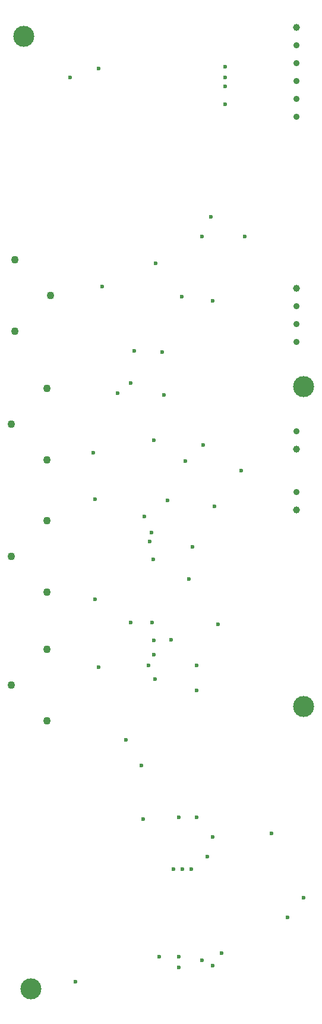
<source format=gbr>
G04 Generated by Ultiboard 14.1 *
%FSLAX34Y34*%
%MOMM*%

%ADD10C,0.0001*%
%ADD11C,0.6000*%
%ADD12C,0.9949*%
%ADD13C,0.8890*%
%ADD14C,1.1006*%
%ADD15C,3.0000*%


G04 ColorRGB 000000 for the following layer *
%LNDrill-Copper Top-Copper Bottom*%
%LPD*%
G54D11*
X386080Y-243840D03*
X386080Y-228600D03*
X419100Y-233680D03*
X434340Y-241300D03*
X518160Y-53340D03*
X335280Y-33020D03*
X386080Y-30480D03*
X332740Y43180D03*
X351555Y166605D03*
X271780Y182880D03*
X342900Y185420D03*
X374415Y222485D03*
X399815Y308845D03*
X349015Y336785D03*
X404895Y354565D03*
X346475Y374885D03*
X336315Y397745D03*
X436880Y411480D03*
X369335Y420605D03*
X394735Y476485D03*
X474980Y462280D03*
X350520Y505460D03*
X420135Y499345D03*
X298215Y573005D03*
X364255Y570465D03*
X317500Y586740D03*
X361715Y631425D03*
X389655Y710165D03*
X441960Y243840D03*
X411480Y149860D03*
X411480Y185420D03*
X419100Y795020D03*
X480060Y795020D03*
X238760Y-264160D03*
X563880Y-144780D03*
X452120Y982980D03*
X231140Y1021080D03*
X452120Y1021080D03*
X452120Y1008380D03*
X271780Y1033780D03*
X452120Y1036320D03*
X411480Y-30480D03*
X358140Y-228600D03*
X447040Y-223520D03*
X541020Y-172720D03*
X378460Y-104140D03*
X391160Y-104140D03*
X403860Y-104140D03*
X431800Y822960D03*
X426720Y-86360D03*
X434340Y-58420D03*
X343935Y362185D03*
X310000Y80000D03*
X266700Y279400D03*
X347980Y246380D03*
X266700Y421640D03*
X317500Y246380D03*
X350520Y220980D03*
X350520Y200660D03*
X264160Y487680D03*
X322580Y632460D03*
X353060Y756920D03*
X276860Y723900D03*
X434340Y703580D03*
G54D12*
X553720Y406400D03*
X553720Y721360D03*
X553720Y1092200D03*
X553720Y492760D03*
G54D13*
X553720Y431800D03*
X553720Y670560D03*
X553720Y695960D03*
X553720Y645160D03*
X553720Y1066800D03*
X553720Y1041400D03*
X553720Y990600D03*
X553720Y1016000D03*
X553720Y965200D03*
X553720Y518160D03*
G54D14*
X203200Y711200D03*
X152400Y762000D03*
X152400Y660400D03*
X147320Y528320D03*
X198120Y477520D03*
X198120Y579120D03*
X147320Y340360D03*
X198120Y289560D03*
X198120Y391160D03*
X147320Y157480D03*
X198120Y106680D03*
X198120Y208280D03*
G54D15*
X165100Y1079500D03*
X563880Y581660D03*
X563880Y127000D03*
X175260Y-274320D03*

M02*

</source>
